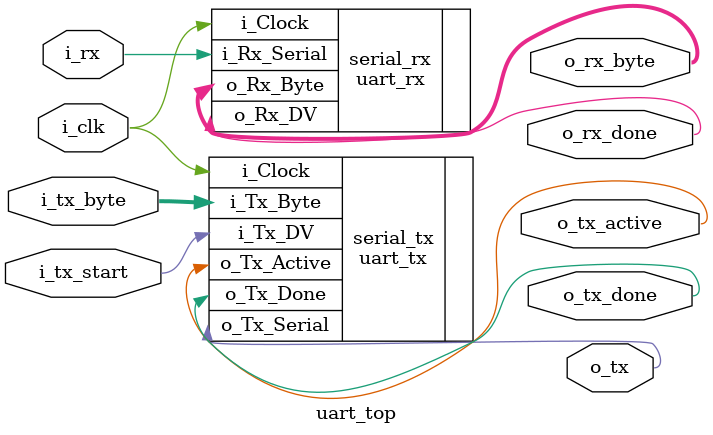
<source format=v>
`timescale 1ns / 1ps


module uart_top
  #(
    parameter CLKS_PER_BIT = 87 // CLKS_PER_BIT = (Frequency of i_Clock)/(Frequency of UART)
  )
(
  input i_clk,

  // TX
  input i_tx_start,
  input [7:0] i_tx_byte,
  output o_tx_active, // Active high
  output o_tx,
  output o_tx_done, // A pulse indicate that TX is done

  // RX
  input i_rx,
  output [7:0] o_rx_byte,
  output o_rx_done // Pulse

  );
  uart_tx
  #(.CLKS_PER_BIT(CLKS_PER_BIT))
  serial_tx(
    .i_Clock(i_clk),
    .i_Tx_DV(i_tx_start),
    .i_Tx_Byte(i_tx_byte),
    .o_Tx_Active(o_tx_active),
    .o_Tx_Serial(o_tx),
    .o_Tx_Done(o_tx_done)
    );

  uart_rx
  #(.CLKS_PER_BIT(CLKS_PER_BIT))
  serial_rx(
    .i_Clock(i_clk),
    .i_Rx_Serial(i_rx),
    .o_Rx_DV(o_rx_done),
    .o_Rx_Byte(o_rx_byte)
    );
endmodule

</source>
